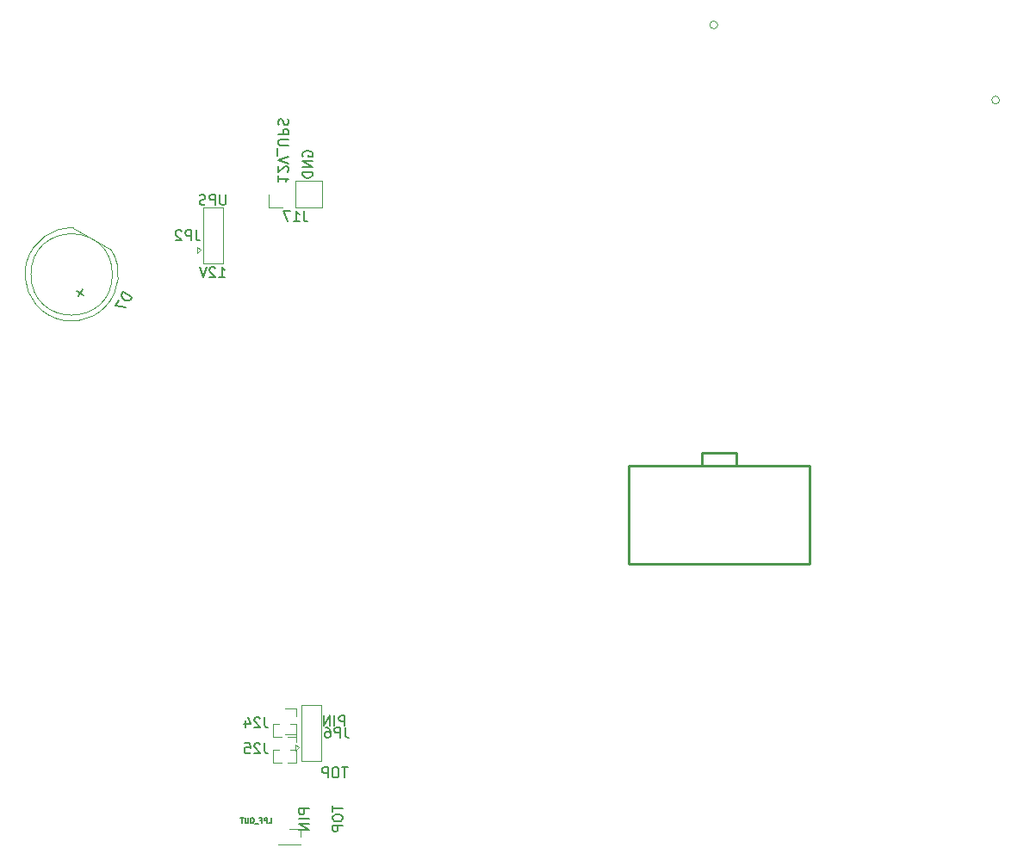
<source format=gbo>
G04 #@! TF.GenerationSoftware,KiCad,Pcbnew,(6.0.5-0)*
G04 #@! TF.CreationDate,2022-10-21T13:34:59+09:00*
G04 #@! TF.ProjectId,qPCR-main,71504352-2d6d-4616-996e-2e6b69636164,rev?*
G04 #@! TF.SameCoordinates,Original*
G04 #@! TF.FileFunction,Legend,Bot*
G04 #@! TF.FilePolarity,Positive*
%FSLAX46Y46*%
G04 Gerber Fmt 4.6, Leading zero omitted, Abs format (unit mm)*
G04 Created by KiCad (PCBNEW (6.0.5-0)) date 2022-10-21 13:34:59*
%MOMM*%
%LPD*%
G01*
G04 APERTURE LIST*
%ADD10C,0.150000*%
%ADD11C,0.127000*%
%ADD12C,0.120000*%
%ADD13C,0.254000*%
G04 APERTURE END LIST*
D10*
X84172335Y-63355811D02*
X83791382Y-64015640D01*
X84311773Y-63876202D02*
X83651944Y-63495250D01*
X105870000Y-50268095D02*
X105822380Y-50172857D01*
X105822380Y-50030000D01*
X105870000Y-49887142D01*
X105965238Y-49791904D01*
X106060476Y-49744285D01*
X106250952Y-49696666D01*
X106393809Y-49696666D01*
X106584285Y-49744285D01*
X106679523Y-49791904D01*
X106774761Y-49887142D01*
X106822380Y-50030000D01*
X106822380Y-50125238D01*
X106774761Y-50268095D01*
X106727142Y-50315714D01*
X106393809Y-50315714D01*
X106393809Y-50125238D01*
X106822380Y-50744285D02*
X105822380Y-50744285D01*
X106822380Y-51315714D01*
X105822380Y-51315714D01*
X106822380Y-51791904D02*
X105822380Y-51791904D01*
X105822380Y-52030000D01*
X105870000Y-52172857D01*
X105965238Y-52268095D01*
X106060476Y-52315714D01*
X106250952Y-52363333D01*
X106393809Y-52363333D01*
X106584285Y-52315714D01*
X106679523Y-52268095D01*
X106774761Y-52172857D01*
X106822380Y-52030000D01*
X106822380Y-51791904D01*
X98271904Y-54012380D02*
X98271904Y-54821904D01*
X98224285Y-54917142D01*
X98176666Y-54964761D01*
X98081428Y-55012380D01*
X97890952Y-55012380D01*
X97795714Y-54964761D01*
X97748095Y-54917142D01*
X97700476Y-54821904D01*
X97700476Y-54012380D01*
X97224285Y-55012380D02*
X97224285Y-54012380D01*
X96843333Y-54012380D01*
X96748095Y-54060000D01*
X96700476Y-54107619D01*
X96652857Y-54202857D01*
X96652857Y-54345714D01*
X96700476Y-54440952D01*
X96748095Y-54488571D01*
X96843333Y-54536190D01*
X97224285Y-54536190D01*
X96271904Y-54964761D02*
X96129047Y-55012380D01*
X95890952Y-55012380D01*
X95795714Y-54964761D01*
X95748095Y-54917142D01*
X95700476Y-54821904D01*
X95700476Y-54726666D01*
X95748095Y-54631428D01*
X95795714Y-54583809D01*
X95890952Y-54536190D01*
X96081428Y-54488571D01*
X96176666Y-54440952D01*
X96224285Y-54393333D01*
X96271904Y-54298095D01*
X96271904Y-54202857D01*
X96224285Y-54107619D01*
X96176666Y-54060000D01*
X96081428Y-54012380D01*
X95843333Y-54012380D01*
X95700476Y-54060000D01*
X103437619Y-52170000D02*
X103437619Y-52741428D01*
X103437619Y-52455714D02*
X104437619Y-52455714D01*
X104294761Y-52550952D01*
X104199523Y-52646190D01*
X104151904Y-52741428D01*
X104342380Y-51789047D02*
X104390000Y-51741428D01*
X104437619Y-51646190D01*
X104437619Y-51408095D01*
X104390000Y-51312857D01*
X104342380Y-51265238D01*
X104247142Y-51217619D01*
X104151904Y-51217619D01*
X104009047Y-51265238D01*
X103437619Y-51836666D01*
X103437619Y-51217619D01*
X104437619Y-50931904D02*
X103437619Y-50598571D01*
X104437619Y-50265238D01*
X103342380Y-50170000D02*
X103342380Y-49408095D01*
X104437619Y-49170000D02*
X103628095Y-49170000D01*
X103532857Y-49122380D01*
X103485238Y-49074761D01*
X103437619Y-48979523D01*
X103437619Y-48789047D01*
X103485238Y-48693809D01*
X103532857Y-48646190D01*
X103628095Y-48598571D01*
X104437619Y-48598571D01*
X103437619Y-48122380D02*
X104437619Y-48122380D01*
X104437619Y-47741428D01*
X104390000Y-47646190D01*
X104342380Y-47598571D01*
X104247142Y-47550952D01*
X104104285Y-47550952D01*
X104009047Y-47598571D01*
X103961428Y-47646190D01*
X103913809Y-47741428D01*
X103913809Y-48122380D01*
X103485238Y-47170000D02*
X103437619Y-47027142D01*
X103437619Y-46789047D01*
X103485238Y-46693809D01*
X103532857Y-46646190D01*
X103628095Y-46598571D01*
X103723333Y-46598571D01*
X103818571Y-46646190D01*
X103866190Y-46693809D01*
X103913809Y-46789047D01*
X103961428Y-46979523D01*
X104009047Y-47074761D01*
X104056666Y-47122380D01*
X104151904Y-47170000D01*
X104247142Y-47170000D01*
X104342380Y-47122380D01*
X104390000Y-47074761D01*
X104437619Y-46979523D01*
X104437619Y-46741428D01*
X104390000Y-46598571D01*
X109963799Y-106272387D02*
X109963799Y-105272387D01*
X109582847Y-105272387D01*
X109487609Y-105320007D01*
X109439990Y-105367626D01*
X109392370Y-105462864D01*
X109392370Y-105605721D01*
X109439990Y-105700959D01*
X109487609Y-105748578D01*
X109582847Y-105796197D01*
X109963799Y-105796197D01*
X108963799Y-106272387D02*
X108963799Y-105272387D01*
X108487609Y-106272387D02*
X108487609Y-105272387D01*
X107916180Y-106272387D01*
X107916180Y-105272387D01*
X106461388Y-114416193D02*
X105461388Y-114416193D01*
X105461388Y-114797145D01*
X105509008Y-114892383D01*
X105556627Y-114940003D01*
X105651865Y-114987622D01*
X105794722Y-114987622D01*
X105889960Y-114940003D01*
X105937579Y-114892383D01*
X105985198Y-114797145D01*
X105985198Y-114416193D01*
X106461388Y-115416193D02*
X105461388Y-115416193D01*
X106461388Y-115892383D02*
X105461388Y-115892383D01*
X106461388Y-116463812D01*
X105461388Y-116463812D01*
X108763388Y-114130479D02*
X108763388Y-114701907D01*
X109763388Y-114416193D02*
X108763388Y-114416193D01*
X108763388Y-115225717D02*
X108763388Y-115416193D01*
X108811008Y-115511431D01*
X108906246Y-115606669D01*
X109096722Y-115654288D01*
X109430055Y-115654288D01*
X109620531Y-115606669D01*
X109715769Y-115511431D01*
X109763388Y-115416193D01*
X109763388Y-115225717D01*
X109715769Y-115130479D01*
X109620531Y-115035241D01*
X109430055Y-114987622D01*
X109096722Y-114987622D01*
X108906246Y-115035241D01*
X108811008Y-115130479D01*
X108763388Y-115225717D01*
X109763388Y-116082860D02*
X108763388Y-116082860D01*
X108763388Y-116463812D01*
X108811008Y-116559050D01*
X108858627Y-116606669D01*
X108953865Y-116654288D01*
X109096722Y-116654288D01*
X109191960Y-116606669D01*
X109239579Y-116559050D01*
X109287198Y-116463812D01*
X109287198Y-116082860D01*
X110249513Y-110352387D02*
X109678085Y-110352387D01*
X109963799Y-111352387D02*
X109963799Y-110352387D01*
X109154275Y-110352387D02*
X108963799Y-110352387D01*
X108868561Y-110400007D01*
X108773323Y-110495245D01*
X108725704Y-110685721D01*
X108725704Y-111019054D01*
X108773323Y-111209530D01*
X108868561Y-111304768D01*
X108963799Y-111352387D01*
X109154275Y-111352387D01*
X109249513Y-111304768D01*
X109344751Y-111209530D01*
X109392370Y-111019054D01*
X109392370Y-110685721D01*
X109344751Y-110495245D01*
X109249513Y-110400007D01*
X109154275Y-110352387D01*
X108297132Y-111352387D02*
X108297132Y-110352387D01*
X107916180Y-110352387D01*
X107820942Y-110400007D01*
X107773323Y-110447626D01*
X107725704Y-110542864D01*
X107725704Y-110685721D01*
X107773323Y-110780959D01*
X107820942Y-110828578D01*
X107916180Y-110876197D01*
X108297132Y-110876197D01*
X97609047Y-62162380D02*
X98180476Y-62162380D01*
X97894761Y-62162380D02*
X97894761Y-61162380D01*
X97990000Y-61305238D01*
X98085238Y-61400476D01*
X98180476Y-61448095D01*
X97228095Y-61257619D02*
X97180476Y-61210000D01*
X97085238Y-61162380D01*
X96847142Y-61162380D01*
X96751904Y-61210000D01*
X96704285Y-61257619D01*
X96656666Y-61352857D01*
X96656666Y-61448095D01*
X96704285Y-61590952D01*
X97275714Y-62162380D01*
X96656666Y-62162380D01*
X96370952Y-61162380D02*
X96037619Y-62162380D01*
X95704285Y-61162380D01*
D11*
X102493710Y-115839814D02*
X102735615Y-115839814D01*
X102735615Y-115331814D01*
X102324376Y-115839814D02*
X102324376Y-115331814D01*
X102130853Y-115331814D01*
X102082472Y-115356005D01*
X102058281Y-115380195D01*
X102034091Y-115428576D01*
X102034091Y-115501147D01*
X102058281Y-115549528D01*
X102082472Y-115573719D01*
X102130853Y-115597909D01*
X102324376Y-115597909D01*
X101647043Y-115573719D02*
X101816376Y-115573719D01*
X101816376Y-115839814D02*
X101816376Y-115331814D01*
X101574472Y-115331814D01*
X101501900Y-115888195D02*
X101114853Y-115888195D01*
X100897138Y-115331814D02*
X100800376Y-115331814D01*
X100751996Y-115356005D01*
X100703615Y-115404385D01*
X100679424Y-115501147D01*
X100679424Y-115670481D01*
X100703615Y-115767243D01*
X100751996Y-115815624D01*
X100800376Y-115839814D01*
X100897138Y-115839814D01*
X100945519Y-115815624D01*
X100993900Y-115767243D01*
X101018091Y-115670481D01*
X101018091Y-115501147D01*
X100993900Y-115404385D01*
X100945519Y-115356005D01*
X100897138Y-115331814D01*
X100461710Y-115331814D02*
X100461710Y-115743052D01*
X100437519Y-115791433D01*
X100413329Y-115815624D01*
X100364948Y-115839814D01*
X100268186Y-115839814D01*
X100219805Y-115815624D01*
X100195615Y-115791433D01*
X100171424Y-115743052D01*
X100171424Y-115331814D01*
X100002091Y-115331814D02*
X99711805Y-115331814D01*
X99856948Y-115839814D02*
X99856948Y-115331814D01*
D10*
X89040821Y-64106981D02*
X88174795Y-63606981D01*
X88055747Y-63813177D01*
X88025558Y-63960705D01*
X88060418Y-64090802D01*
X88119087Y-64179661D01*
X88260235Y-64316138D01*
X88383952Y-64387567D01*
X88572719Y-64441565D01*
X88679007Y-64447945D01*
X88809105Y-64413086D01*
X88921773Y-64313177D01*
X89040821Y-64106981D01*
X87722414Y-64390528D02*
X87389081Y-64967878D01*
X88469392Y-65096724D01*
X105939523Y-55652380D02*
X105939523Y-56366666D01*
X105987142Y-56509523D01*
X106082380Y-56604761D01*
X106225238Y-56652380D01*
X106320476Y-56652380D01*
X104939523Y-56652380D02*
X105510952Y-56652380D01*
X105225238Y-56652380D02*
X105225238Y-55652380D01*
X105320476Y-55795238D01*
X105415714Y-55890476D01*
X105510952Y-55938095D01*
X104606190Y-55652380D02*
X103939523Y-55652380D01*
X104368095Y-56652380D01*
X95343333Y-57522380D02*
X95343333Y-58236666D01*
X95390952Y-58379523D01*
X95486190Y-58474761D01*
X95629047Y-58522380D01*
X95724285Y-58522380D01*
X94867142Y-58522380D02*
X94867142Y-57522380D01*
X94486190Y-57522380D01*
X94390952Y-57570000D01*
X94343333Y-57617619D01*
X94295714Y-57712857D01*
X94295714Y-57855714D01*
X94343333Y-57950952D01*
X94390952Y-57998571D01*
X94486190Y-58046190D01*
X94867142Y-58046190D01*
X93914761Y-57617619D02*
X93867142Y-57570000D01*
X93771904Y-57522380D01*
X93533809Y-57522380D01*
X93438571Y-57570000D01*
X93390952Y-57617619D01*
X93343333Y-57712857D01*
X93343333Y-57808095D01*
X93390952Y-57950952D01*
X93962380Y-58522380D01*
X93343333Y-58522380D01*
X109997323Y-106432380D02*
X109997323Y-107146666D01*
X110044942Y-107289523D01*
X110140180Y-107384761D01*
X110283037Y-107432380D01*
X110378275Y-107432380D01*
X109521132Y-107432380D02*
X109521132Y-106432380D01*
X109140180Y-106432380D01*
X109044942Y-106480000D01*
X108997323Y-106527619D01*
X108949704Y-106622857D01*
X108949704Y-106765714D01*
X108997323Y-106860952D01*
X109044942Y-106908571D01*
X109140180Y-106956190D01*
X109521132Y-106956190D01*
X108092561Y-106432380D02*
X108283037Y-106432380D01*
X108378275Y-106480000D01*
X108425894Y-106527619D01*
X108521132Y-106670476D01*
X108568751Y-106860952D01*
X108568751Y-107241904D01*
X108521132Y-107337142D01*
X108473513Y-107384761D01*
X108378275Y-107432380D01*
X108187799Y-107432380D01*
X108092561Y-107384761D01*
X108044942Y-107337142D01*
X107997323Y-107241904D01*
X107997323Y-107003809D01*
X108044942Y-106908571D01*
X108092561Y-106860952D01*
X108187799Y-106813333D01*
X108378275Y-106813333D01*
X108473513Y-106860952D01*
X108521132Y-106908571D01*
X108568751Y-107003809D01*
X102069519Y-107977385D02*
X102069519Y-108691671D01*
X102117138Y-108834528D01*
X102212376Y-108929766D01*
X102355234Y-108977385D01*
X102450472Y-108977385D01*
X101640948Y-108072624D02*
X101593329Y-108025005D01*
X101498091Y-107977385D01*
X101259996Y-107977385D01*
X101164757Y-108025005D01*
X101117138Y-108072624D01*
X101069519Y-108167862D01*
X101069519Y-108263100D01*
X101117138Y-108405957D01*
X101688567Y-108977385D01*
X101069519Y-108977385D01*
X100164757Y-107977385D02*
X100640948Y-107977385D01*
X100688567Y-108453576D01*
X100640948Y-108405957D01*
X100545710Y-108358338D01*
X100307615Y-108358338D01*
X100212376Y-108405957D01*
X100164757Y-108453576D01*
X100117138Y-108548814D01*
X100117138Y-108786909D01*
X100164757Y-108882147D01*
X100212376Y-108929766D01*
X100307615Y-108977385D01*
X100545710Y-108977385D01*
X100640948Y-108929766D01*
X100688567Y-108882147D01*
X102069519Y-105437385D02*
X102069519Y-106151671D01*
X102117138Y-106294528D01*
X102212376Y-106389766D01*
X102355234Y-106437385D01*
X102450472Y-106437385D01*
X101640948Y-105532624D02*
X101593329Y-105485005D01*
X101498091Y-105437385D01*
X101259996Y-105437385D01*
X101164757Y-105485005D01*
X101117138Y-105532624D01*
X101069519Y-105627862D01*
X101069519Y-105723100D01*
X101117138Y-105865957D01*
X101688567Y-106437385D01*
X101069519Y-106437385D01*
X100212376Y-105770719D02*
X100212376Y-106437385D01*
X100450472Y-105389766D02*
X100688567Y-106104052D01*
X100069519Y-106104052D01*
D12*
X83299974Y-57282789D02*
X87010026Y-59424789D01*
X80829579Y-65844666D02*
G75*
G03*
X87009286Y-59424362I2295421J3974814D01*
G01*
X83300714Y-57283217D02*
G75*
G03*
X80830421Y-65845152I-175714J-4586635D01*
G01*
X87125000Y-61869852D02*
G75*
G03*
X87125000Y-61869852I-4000000J0D01*
G01*
X174340312Y-44715370D02*
G75*
G03*
X174340312Y-44715370I-381000J0D01*
G01*
X146630813Y-37324869D02*
G75*
G03*
X146630813Y-37324869I-381000J0D01*
G01*
X105120000Y-52655000D02*
X105120000Y-55315000D01*
X102520000Y-53985000D02*
X102520000Y-55315000D01*
X102520000Y-55315000D02*
X103850000Y-55315000D01*
X105120000Y-52655000D02*
X107720000Y-52655000D01*
X105120000Y-55315000D02*
X107720000Y-55315000D01*
X107720000Y-52655000D02*
X107720000Y-55315000D01*
X97990000Y-60810000D02*
X97990000Y-55310000D01*
X95490000Y-59160000D02*
X95790000Y-59460000D01*
X95490000Y-59760000D02*
X95490000Y-59160000D01*
X95790000Y-59460000D02*
X95490000Y-59760000D01*
X97990000Y-55310000D02*
X96040000Y-55310000D01*
X96040000Y-55310000D02*
X96040000Y-60810000D01*
X96040000Y-60810000D02*
X97990000Y-60810000D01*
X105620000Y-117960000D02*
X105073471Y-117960000D01*
X103400000Y-117960000D02*
X103400000Y-117895000D01*
X103946529Y-117960000D02*
X103400000Y-117960000D01*
X105620000Y-117200000D02*
X105620000Y-116440000D01*
X105620000Y-116440000D02*
X104510000Y-116440000D01*
X105620000Y-117960000D02*
X105620000Y-117895000D01*
X105620000Y-117960000D02*
X103400000Y-117960000D01*
X105450000Y-108380000D02*
X105150000Y-108680000D01*
X105150000Y-108080000D02*
X105450000Y-108380000D01*
X105150000Y-108680000D02*
X105150000Y-108080000D01*
X105700000Y-104230000D02*
X105700000Y-109730000D01*
X107650000Y-104230000D02*
X105700000Y-104230000D01*
X105700000Y-109730000D02*
X107650000Y-109730000D01*
X107650000Y-109730000D02*
X107650000Y-104230000D01*
D13*
X148490004Y-79400007D02*
X148490004Y-80700007D01*
X137890004Y-90300007D02*
X155690004Y-90300007D01*
X155690004Y-80700007D02*
X137890004Y-80700007D01*
X155690004Y-90300007D02*
X155690004Y-80700007D01*
X137890004Y-80700007D02*
X137890004Y-90300007D01*
X145090004Y-79400007D02*
X145090004Y-80700007D01*
X148490004Y-79400007D02*
X145090004Y-79400007D01*
D12*
X105179998Y-108650005D02*
X104633469Y-108650005D01*
X105179998Y-107130005D02*
X104069998Y-107130005D01*
X102959998Y-108650005D02*
X102959998Y-109855005D01*
X103506527Y-108650005D02*
X102959998Y-108650005D01*
X105179998Y-107890005D02*
X105179998Y-107130005D01*
X105179998Y-108650005D02*
X105179998Y-109855005D01*
X103762468Y-109855005D02*
X102959998Y-109855005D01*
X105179998Y-109855005D02*
X104377528Y-109855005D01*
X103506527Y-106110005D02*
X102959998Y-106110005D01*
X103762468Y-107315005D02*
X102959998Y-107315005D01*
X105179998Y-107315005D02*
X104377528Y-107315005D01*
X105179998Y-104590005D02*
X104069998Y-104590005D01*
X105179998Y-105350005D02*
X105179998Y-104590005D01*
X105179998Y-106110005D02*
X104633469Y-106110005D01*
X102959998Y-106110005D02*
X102959998Y-107315005D01*
X105179998Y-106110005D02*
X105179998Y-107315005D01*
M02*

</source>
